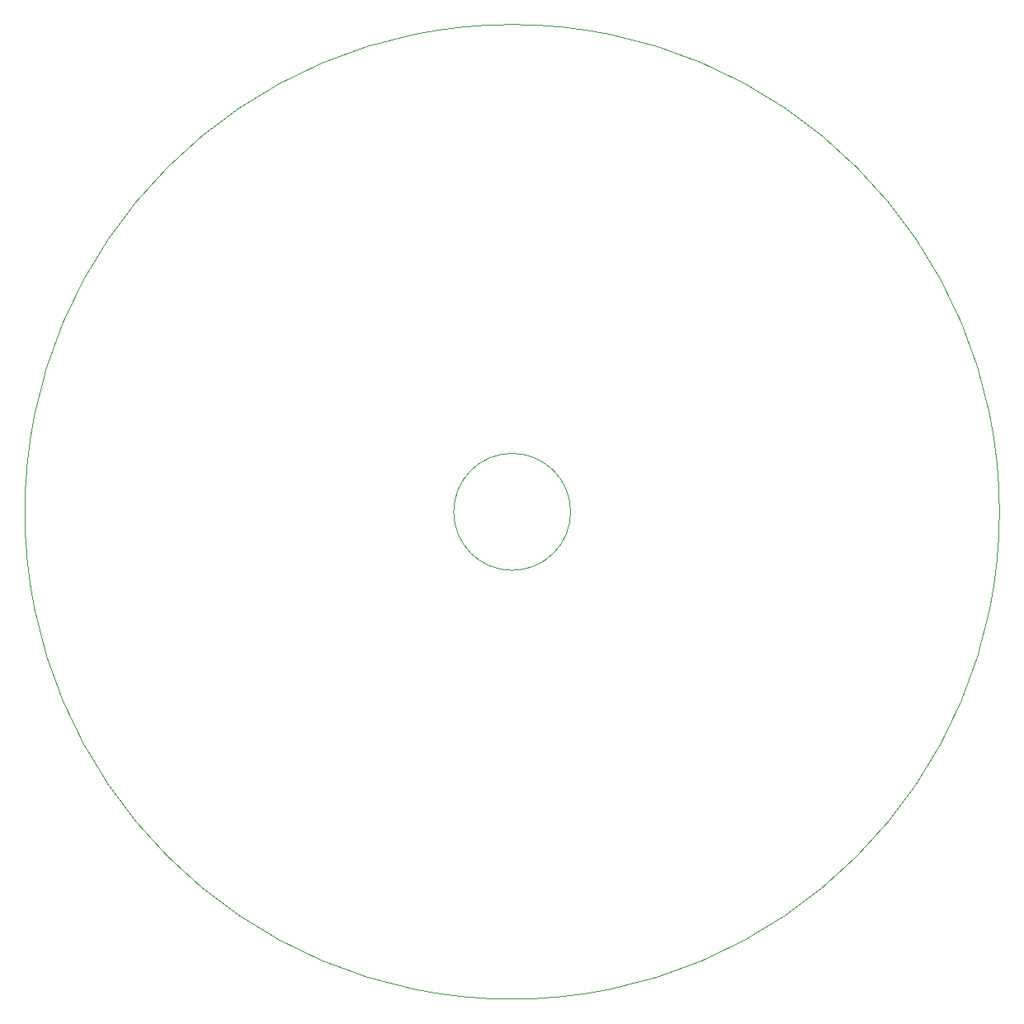
<source format=gbr>
%TF.GenerationSoftware,KiCad,Pcbnew,6.0.5*%
%TF.CreationDate,2022-11-15T19:58:42+01:00*%
%TF.ProjectId,kimotor-project,6b696d6f-746f-4722-9d70-726f6a656374,rev?*%
%TF.SameCoordinates,Original*%
%TF.FileFunction,Profile,NP*%
%FSLAX46Y46*%
G04 Gerber Fmt 4.6, Leading zero omitted, Abs format (unit mm)*
G04 Created by KiCad (PCBNEW 6.0.5) date 2022-11-15 19:58:42*
%MOMM*%
%LPD*%
G01*
G04 APERTURE LIST*
%TA.AperFunction,Profile*%
%ADD10C,0.100000*%
%TD*%
G04 APERTURE END LIST*
D10*
X6000000Y0D02*
G75*
G03*
X6000000Y0I-6000000J0D01*
G01*
X50000000Y0D02*
G75*
G03*
X50000000Y0I-50000000J0D01*
G01*
M02*

</source>
